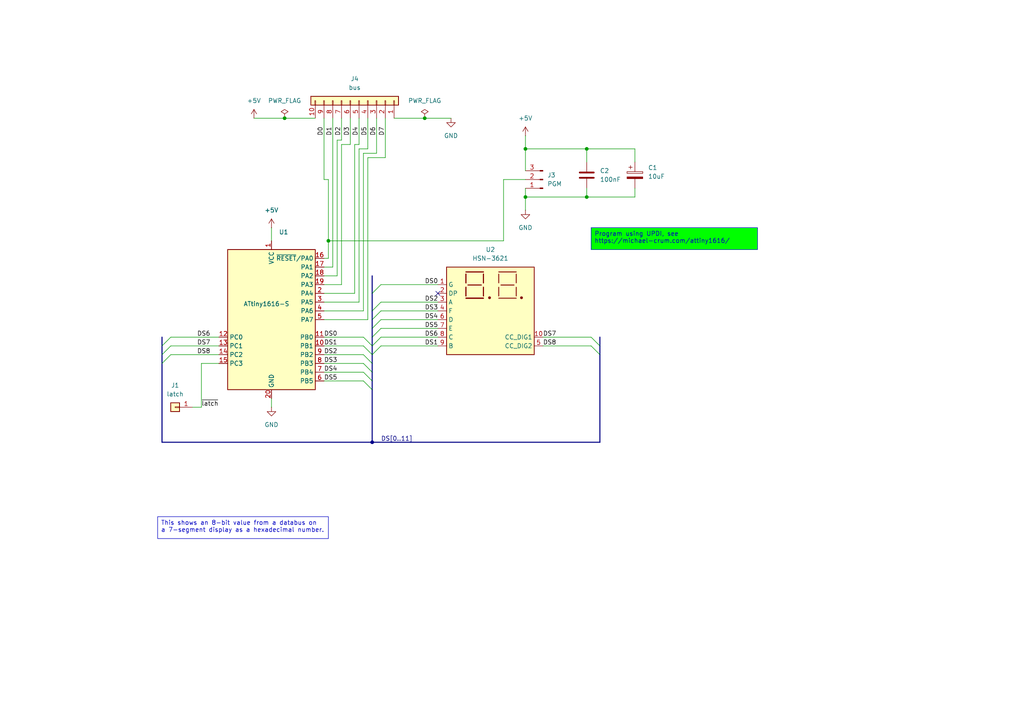
<source format=kicad_sch>
(kicad_sch (version 20250114) (generator "eeschema") (generator_version "9.0")
  (paper "A4")
  (title_block (title "8bit to 2digit hex board") (date "2025-10-12") (rev "1.0") (company "ErrorSoft"))
  (lib_symbols
    (symbol "Connector_Generic:Conn_01x01" (pin_names (offset 1.016) (hide yes))
      (property "Reference" "J" (at 0 2.54 0))
      (property "Value" "Conn_01x01" (at 0 -2.54 0))
      (symbol "Conn_01x01_1_1"
        (rectangle (start -1.27 1.27) (end 1.27 -1.27) (stroke (width 0.254)) (fill (type background)))
        (rectangle (start -1.27 0.127) (end 0 -0.127) (stroke (width 0.1524)))
        (pin passive line (at -5.08 0 0) (length 3.81) (name "Pin_1") (number "1"))
      )
    )
    (symbol "Connector_Generic:Conn_01x10" (pin_names (offset 1.016) (hide yes))
      (property "Reference" "J" (at 0 12.7 0))
      (property "Value" "Conn_01x10" (at 0 -15.24 0))
      (symbol "Conn_01x10_1_1"
        (rectangle (start -1.27 11.43) (end 1.27 -13.97) (stroke (width 0.254)) (fill (type background)))
        (rectangle (start -1.27 10.287) (end 0 10.033) (stroke (width 0.1524)))
        (rectangle (start -1.27 7.747) (end 0 7.493) (stroke (width 0.1524)))
        (rectangle (start -1.27 5.207) (end 0 4.953) (stroke (width 0.1524)))
        (rectangle (start -1.27 2.667) (end 0 2.413) (stroke (width 0.1524)))
        (rectangle (start -1.27 0.127) (end 0 -0.127) (stroke (width 0.1524)))
        (rectangle (start -1.27 -2.413) (end 0 -2.667) (stroke (width 0.1524)))
        (rectangle (start -1.27 -4.953) (end 0 -5.207) (stroke (width 0.1524)))
        (rectangle (start -1.27 -7.493) (end 0 -7.747) (stroke (width 0.1524)))
        (rectangle (start -1.27 -10.033) (end 0 -10.287) (stroke (width 0.1524)))
        (rectangle (start -1.27 -12.573) (end 0 -12.827) (stroke (width 0.1524)))
        (pin passive line (at -5.08 10.16 0) (length 3.81) (name "Pin_1") (number "1"))
        (pin passive line (at -5.08 7.62 0) (length 3.81) (name "Pin_2") (number "2"))
        (pin passive line (at -5.08 5.08 0) (length 3.81) (name "Pin_3") (number "3"))
        (pin passive line (at -5.08 2.54 0) (length 3.81) (name "Pin_4") (number "4"))
        (pin passive line (at -5.08 0 0) (length 3.81) (name "Pin_5") (number "5"))
        (pin passive line (at -5.08 -2.54 0) (length 3.81) (name "Pin_6") (number "6"))
        (pin passive line (at -5.08 -5.08 0) (length 3.81) (name "Pin_7") (number "7"))
        (pin passive line (at -5.08 -7.62 0) (length 3.81) (name "Pin_8") (number "8"))
        (pin passive line (at -5.08 -10.16 0) (length 3.81) (name "Pin_9") (number "9"))
        (pin passive line (at -5.08 -12.7 0) (length 3.81) (name "Pin_10") (number "10"))
      )
    )
    (symbol "Device:C" (pin_numbers (hide yes)) (pin_names (offset 0.254))
      (property "Reference" "C" (at 0.635 2.54 0))
      (property "Value" "C" (at 0.635 -2.54 0))
      (symbol "C_0_1"
        (polyline (pts (xy -2.032 0.762) (xy 2.032 0.762)) (stroke (width 0.508)))
        (polyline (pts (xy -2.032 -0.762) (xy 2.032 -0.762)) (stroke (width 0.508)))
      )
      (symbol "C_1_1"
        (pin passive line (at 0 3.81 270) (length 2.794) (name "~") (number "1"))
        (pin passive line (at 0 -3.81 90) (length 2.794) (name "~") (number "2"))
      )
    )
    (symbol "Library:ATtiny1616-S"
      (property "Reference" "U" (at -12.7 21.59 0))
      (property "Value" "ATtiny1616-S" (at 2.54 -21.59 0))
      (symbol "ATtiny1616-S_0_1"
        (rectangle (start -12.7 -20.32) (end 12.7 20.32) (stroke (width 0.254)) (fill (type background)))
      )
      (symbol "ATtiny1616-S_1_1"
        (pin bidirectional line (at -15.24 -5.08 0) (length 2.54) (name "PC0") (number "12"))
        (pin bidirectional line (at -15.24 -7.62 0) (length 2.54) (name "PC1") (number "13"))
        (pin bidirectional line (at -15.24 -10.16 0) (length 2.54) (name "PC2") (number "14"))
        (pin bidirectional line (at -15.24 -12.7 0) (length 2.54) (name "PC3") (number "15"))
        (pin power_in line (at 0 22.86 270) (length 2.54) (name "VCC") (number "1"))
        (pin power_in line (at 0 -22.86 90) (length 2.54) (name "GND") (number "20"))
        (pin bidirectional line (at 15.24 17.78 180) (length 2.54) (name "~{RESET}/PA0") (number "16"))
        (pin bidirectional line (at 15.24 15.24 180) (length 2.54) (name "PA1") (number "17"))
        (pin bidirectional line (at 15.24 12.7 180) (length 2.54) (name "PA2") (number "18"))
        (pin bidirectional line (at 15.24 10.16 180) (length 2.54) (name "PA3") (number "19"))
        (pin bidirectional line (at 15.24 7.62 180) (length 2.54) (name "PA4") (number "2"))
        (pin bidirectional line (at 15.24 5.08 180) (length 2.54) (name "PA5") (number "3"))
        (pin bidirectional line (at 15.24 2.54 180) (length 2.54) (name "PA6") (number "4"))
        (pin bidirectional line (at 15.24 0 180) (length 2.54) (name "PA7") (number "5"))
        (pin bidirectional line (at 15.24 -5.08 180) (length 2.54) (name "PB0") (number "11"))
        (pin bidirectional line (at 15.24 -7.62 180) (length 2.54) (name "PB1") (number "10"))
        (pin bidirectional line (at 15.24 -10.16 180) (length 2.54) (name "PB2") (number "9"))
        (pin bidirectional line (at 15.24 -12.7 180) (length 2.54) (name "PB3") (number "8"))
        (pin bidirectional line (at 15.24 -15.24 180) (length 2.54) (name "PB4") (number "7"))
        (pin bidirectional line (at 15.24 -17.78 180) (length 2.54) (name "PB5") (number "6"))
      )
    )
    (symbol "Library:C_Polarized" (pin_numbers (hide yes)) (pin_names (offset 0.254))
      (property "Reference" "C" (at 0.635 2.54 0))
      (property "Value" "C_Polarized" (at 0.635 -2.54 0))
      (symbol "C_Polarized_0_1"
        (rectangle (start -2.286 0.508) (end 2.286 1.016))
        (polyline (pts (xy -1.778 2.286) (xy -0.762 2.286)))
        (polyline (pts (xy -1.27 2.794) (xy -1.27 1.778)))
        (rectangle (start 2.286 -0.508) (end -2.286 -1.016) (fill (type outline)))
      )
      (symbol "C_Polarized_1_1"
        (pin passive line (at 0 3.81 270) (length 2.794) (name "~") (number "1"))
        (pin passive line (at 0 -3.81 90) (length 2.794) (name "~") (number "2"))
      )
    )
    (symbol "Library:Conn_01x03_Pin" (pin_names (offset 1.016) (hide yes))
      (property "Reference" "J" (at 0 5.08 0))
      (property "Value" "Conn_01x03_Pin" (at 0 -5.08 0))
      (symbol "Conn_01x03_Pin_1_1"
        (rectangle (start 0.8636 2.667) (end 0 2.413) (stroke (width 0.1524)) (fill (type outline)))
        (rectangle (start 0.8636 0.127) (end 0 -0.127) (stroke (width 0.1524)) (fill (type outline)))
        (rectangle (start 0.8636 -2.413) (end 0 -2.667) (stroke (width 0.1524)) (fill (type outline)))
        (polyline (pts (xy 1.27 2.54) (xy 0.8636 2.54)) (stroke (width 0.1524)))
        (polyline (pts (xy 1.27 0) (xy 0.8636 0)) (stroke (width 0.1524)))
        (polyline (pts (xy 1.27 -2.54) (xy 0.8636 -2.54)) (stroke (width 0.1524)))
        (pin passive line (at 5.08 2.54 180) (length 3.81) (name "Pin_1") (number "1"))
        (pin passive line (at 5.08 0 180) (length 3.81) (name "Pin_2") (number "2"))
        (pin passive line (at 5.08 -2.54 180) (length 3.81) (name "Pin_3") (number "3"))
      )
    )
    (symbol "Library:HDSM-443B"
      (property "Reference" "U" (at -11.43 13.97 0))
      (property "Value" "HDSM-443B" (at 6.35 13.97 0))
      (symbol "HDSM-443B_0_1"
        (rectangle (start -12.7 12.7) (end 12.7 -12.7) (stroke (width 0.254)) (fill (type background)))
        (polyline (pts (xy -7.112 11.303) (xy -2.032 11.303)) (stroke (width 0.254)))
        (polyline (pts (xy -7.112 11.303) (xy -2.032 11.303)) (stroke (width 0.254)))
        (polyline (pts (xy -7.112 11.303) (xy -2.032 11.303)) (stroke (width 0.254)))
        (polyline (pts (xy -7.112 11.303) (xy -2.032 11.303)) (stroke (width 0.254)))
        (polyline (pts (xy -7.112 8.128) (xy -7.112 10.668)) (stroke (width 0.254)))
        (polyline (pts (xy -7.112 8.128) (xy -7.112 10.668)) (stroke (width 0.254)))
        (polyline (pts (xy -7.112 8.128) (xy -7.112 10.668)) (stroke (width 0.254)))
        (polyline (pts (xy -7.112 8.128) (xy -7.112 10.668)) (stroke (width 0.254)))
        (polyline (pts (xy -7.112 4.318) (xy -7.112 6.858)) (stroke (width 0.254)))
        (polyline (pts (xy -7.112 4.318) (xy -7.112 6.858)) (stroke (width 0.254)))
        (polyline (pts (xy -7.112 4.318) (xy -7.112 6.858)) (stroke (width 0.254)))
        (polyline (pts (xy -7.112 4.318) (xy -7.112 6.858)) (stroke (width 0.254)))
        (polyline (pts (xy -7.112 3.683) (xy -2.032 3.683)) (stroke (width 0.254)))
        (polyline (pts (xy -7.112 3.683) (xy -2.032 3.683)) (stroke (width 0.254)))
        (polyline (pts (xy -7.112 3.683) (xy -2.032 3.683)) (stroke (width 0.254)))
        (polyline (pts (xy -7.112 3.683) (xy -2.032 3.683)) (stroke (width 0.254)))
        (polyline (pts (xy -6.477 7.493) (xy -2.667 7.493)) (stroke (width 0.254)))
        (polyline (pts (xy -6.477 7.493) (xy -2.667 7.493)) (stroke (width 0.254)))
        (polyline (pts (xy -6.477 7.493) (xy -2.667 7.493)) (stroke (width 0.254)))
        (polyline (pts (xy -6.477 7.493) (xy -2.667 7.493)) (stroke (width 0.254)))
        (polyline (pts (xy -2.032 10.668) (xy -2.032 8.128)) (stroke (width 0.254)))
        (polyline (pts (xy -2.032 10.668) (xy -2.032 8.128)) (stroke (width 0.254)))
        (polyline (pts (xy -2.032 10.668) (xy -2.032 8.128)) (stroke (width 0.254)))
        (polyline (pts (xy -2.032 10.668) (xy -2.032 8.128)) (stroke (width 0.254)))
        (polyline (pts (xy -2.032 4.318) (xy -2.032 6.858)) (stroke (width 0.254)))
        (polyline (pts (xy -2.032 4.318) (xy -2.032 6.858)) (stroke (width 0.254)))
        (polyline (pts (xy -2.032 4.318) (xy -2.032 6.858)) (stroke (width 0.254)))
        (polyline (pts (xy -2.032 4.318) (xy -2.032 6.858)) (stroke (width 0.254)))
        (circle (center -0.254 3.81) (radius 0.2794) (stroke (width 0.254)) (fill (type outline)))
        (polyline (pts (xy 2.413 11.303) (xy 7.493 11.303)) (stroke (width 0.254)))
        (polyline (pts (xy 2.413 8.128) (xy 2.413 10.668)) (stroke (width 0.254)))
        (polyline (pts (xy 2.413 4.318) (xy 2.413 6.858)) (stroke (width 0.254)))
        (polyline (pts (xy 2.413 3.683) (xy 7.493 3.683)) (stroke (width 0.254)))
        (polyline (pts (xy 3.048 7.493) (xy 6.858 7.493)) (stroke (width 0.254)))
        (polyline (pts (xy 7.493 8.128) (xy 7.493 10.668)) (stroke (width 0.254)))
        (polyline (pts (xy 7.493 4.318) (xy 7.493 6.858)) (stroke (width 0.254)))
        (circle (center 9.017 3.81) (radius 0.2794) (stroke (width 0.254)) (fill (type outline)))
      )
      (symbol "HDSM-443B_1_1"
        (pin input line (at -15.24 7.62 0) (length 2.54) (name "G") (number "1"))
        (pin input line (at -15.24 5.08 0) (length 2.54) (name "DP") (number "2"))
        (pin input line (at -15.24 2.54 0) (length 2.54) (name "A") (number "3"))
        (pin input line (at -15.24 0 0) (length 2.54) (name "F") (number "4"))
        (pin input line (at -15.24 -2.54 0) (length 2.54) (name "D") (number "6"))
        (pin input line (at -15.24 -5.08 0) (length 2.54) (name "E") (number "7"))
        (pin input line (at -15.24 -7.62 0) (length 2.54) (name "C") (number "8"))
        (pin input line (at -15.24 -10.16 0) (length 2.54) (name "B") (number "9"))
        (pin input line (at 15.24 -7.62 180) (length 2.54) (name "CC_DIG1") (number "10"))
        (pin input line (at 15.24 -10.16 180) (length 2.54) (name "CC_DIG2") (number "5"))
      )
    )
    (symbol "power:+5V" (power) (pin_numbers (hide yes)) (pin_names (offset 0) (hide yes))
      (property "Value" "+5V" (at 0 3.556 0))
      (symbol "+5V_0_1"
        (polyline (pts (xy -0.762 1.27) (xy 0 2.54)))
        (polyline (pts (xy 0 2.54) (xy 0.762 1.27)))
        (polyline (pts (xy 0 0) (xy 0 2.54)))
      )
      (symbol "+5V_1_1"
        (pin power_in line (at 0 0 90) (length 0) (name "~") (number "1"))
      )
    )
    (symbol "power:GND" (power) (pin_numbers (hide yes)) (pin_names (offset 0) (hide yes))
      (property "Value" "GND" (at 0 -3.81 0))
      (symbol "GND_0_1"
        (polyline (pts (xy 0 0) (xy 0 -1.27) (xy 1.27 -1.27) (xy 0 -2.54) (xy -1.27 -1.27) (xy 0 -1.27)))
      )
      (symbol "GND_1_1"
        (pin power_in line (at 0 0 270) (length 0) (name "~") (number "1"))
      )
    )
    (symbol "power:PWR_FLAG" (power) (pin_numbers (hide yes)) (pin_names (offset 0) (hide yes))
      (property "Value" "PWR_FLAG" (at 0 3.81 0))
      (symbol "PWR_FLAG_0_0"
        (pin power_out line (at 0 0 90) (length 0) (name "~") (number "1"))
      )
      (symbol "PWR_FLAG_0_1"
        (polyline (pts (xy 0 0) (xy 0 1.27) (xy -1.016 1.905) (xy 0 2.54) (xy 1.016 1.905) (xy 0 1.27)))
      )
    )
  )
  (text_box "This shows an 8-bit value from a databus on\na 7-segment display as a hexadecimal number." (at 45.72 149.86 0) (size 49.53 6.35) (margins 0.9525 0.9525 0.9525 0.9525) (effects (font (size 1.27 1.27)) (justify left top)))
  (text_box "Program using UPDI, see\nhttps://michael-crum.com/attiny1616/" (at 171.45 66.04 0) (size 48.26 6.35) (margins 0.9525 0.9525 0.9525 0.9525) (fill (type color) (color 0 255 0 1)) (effects (font (size 1.27 1.27)) (justify left top)))
  (junction (at 95.25 69.85))
  (junction (at 107.95 128.27))
  (junction (at 123.19 34.29))
  (junction (at 170.18 57.15))
  (junction (at 152.4 57.15))
  (junction (at 170.18 43.18))
  (junction (at 152.4 43.18))
  (junction (at 82.55 34.29))
  (no_connect (at 127 85.09))
  (bus_entry (at 173.99 102.87) (size -2.54 -2.54))
  (bus_entry (at 107.95 102.87) (size -2.54 -2.54))
  (bus_entry (at 107.95 90.17) (size 2.54 -2.54))
  (bus_entry (at 107.95 105.41) (size -2.54 -2.54))
  (bus_entry (at 107.95 85.09) (size 2.54 -2.54))
  (bus_entry (at 107.95 100.33) (size 2.54 -2.54))
  (bus_entry (at 107.95 97.79) (size 2.54 -2.54))
  (bus_entry (at 107.95 95.25) (size 2.54 -2.54))
  (bus_entry (at 107.95 113.03) (size -2.54 -2.54))
  (bus_entry (at 107.95 102.87) (size 2.54 -2.54))
  (bus_entry (at 46.99 105.41) (size 2.54 -2.54))
  (bus_entry (at 46.99 100.33) (size 2.54 -2.54))
  (bus_entry (at 107.95 100.33) (size -2.54 -2.54))
  (bus_entry (at 107.95 107.95) (size -2.54 -2.54))
  (bus_entry (at 173.99 100.33) (size -2.54 -2.54))
  (bus_entry (at 107.95 92.71) (size 2.54 -2.54))
  (bus_entry (at 46.99 102.87) (size 2.54 -2.54))
  (bus_entry (at 107.95 110.49) (size -2.54 -2.54))
  (wire (pts (xy 58.42 118.11) (xy 55.88 118.11)))
  (wire (pts (xy 95.25 52.07) (xy 93.98 52.07)))
  (wire (pts (xy 146.05 52.07) (xy 146.05 69.85)))
  (wire (pts (xy 104.14 41.91) (xy 104.14 34.29)))
  (wire (pts (xy 93.98 107.95) (xy 105.41 107.95)))
  (wire (pts (xy 152.4 57.15) (xy 170.18 57.15)))
  (bus (pts (xy 107.95 110.49) (xy 107.95 113.03)))
  (wire (pts (xy 93.98 105.41) (xy 105.41 105.41)))
  (wire (pts (xy 157.48 100.33) (xy 171.45 100.33)))
  (wire (pts (xy 184.15 46.99) (xy 184.15 43.18)))
  (wire (pts (xy 110.49 92.71) (xy 127 92.71)))
  (wire (pts (xy 102.87 41.91) (xy 102.87 85.09)))
  (bus (pts (xy 46.99 97.79) (xy 46.99 100.33)))
  (wire (pts (xy 152.4 39.37) (xy 152.4 43.18)))
  (wire (pts (xy 152.4 57.15) (xy 152.4 60.96)))
  (wire (pts (xy 95.25 74.93) (xy 93.98 74.93)))
  (wire (pts (xy 110.49 90.17) (xy 127 90.17)))
  (wire (pts (xy 105.41 90.17) (xy 93.98 90.17)))
  (wire (pts (xy 111.76 34.29) (xy 111.76 45.72)))
  (wire (pts (xy 146.05 69.85) (xy 95.25 69.85)))
  (bus (pts (xy 107.95 97.79) (xy 107.95 100.33)))
  (wire (pts (xy 99.06 40.64) (xy 97.79 40.64)))
  (bus (pts (xy 46.99 100.33) (xy 46.99 102.87)))
  (wire (pts (xy 49.53 102.87) (xy 63.5 102.87)))
  (wire (pts (xy 105.41 44.45) (xy 105.41 90.17)))
  (wire (pts (xy 170.18 43.18) (xy 170.18 46.99)))
  (wire (pts (xy 184.15 57.15) (xy 184.15 54.61)))
  (bus (pts (xy 107.95 90.17) (xy 107.95 92.71)))
  (bus (pts (xy 173.99 97.79) (xy 173.99 100.33)))
  (wire (pts (xy 109.22 44.45) (xy 105.41 44.45)))
  (wire (pts (xy 97.79 80.01) (xy 93.98 80.01)))
  (wire (pts (xy 58.42 105.41) (xy 58.42 118.11)))
  (bus (pts (xy 107.95 107.95) (xy 107.95 110.49)))
  (bus (pts (xy 107.95 80.01) (xy 107.95 85.09)))
  (wire (pts (xy 101.6 34.29) (xy 101.6 41.91)))
  (wire (pts (xy 170.18 43.18) (xy 152.4 43.18)))
  (wire (pts (xy 93.98 102.87) (xy 105.41 102.87)))
  (wire (pts (xy 49.53 100.33) (xy 63.5 100.33)))
  (bus (pts (xy 107.95 113.03) (xy 107.95 128.27)))
  (wire (pts (xy 104.14 43.18) (xy 104.14 87.63)))
  (wire (pts (xy 73.66 34.29) (xy 82.55 34.29)))
  (wire (pts (xy 110.49 97.79) (xy 127 97.79)))
  (wire (pts (xy 78.74 66.04) (xy 78.74 69.85)))
  (wire (pts (xy 93.98 110.49) (xy 105.41 110.49)))
  (bus (pts (xy 107.95 100.33) (xy 107.95 102.87)))
  (bus (pts (xy 173.99 100.33) (xy 173.99 102.87)))
  (wire (pts (xy 95.25 69.85) (xy 95.25 74.93)))
  (wire (pts (xy 110.49 100.33) (xy 127 100.33)))
  (wire (pts (xy 101.6 41.91) (xy 99.06 41.91)))
  (wire (pts (xy 93.98 97.79) (xy 105.41 97.79)))
  (bus (pts (xy 46.99 102.87) (xy 46.99 105.41)))
  (bus (pts (xy 107.95 92.71) (xy 107.95 95.25)))
  (bus (pts (xy 173.99 102.87) (xy 173.99 128.27)))
  (wire (pts (xy 109.22 34.29) (xy 109.22 44.45)))
  (wire (pts (xy 106.68 45.72) (xy 106.68 92.71)))
  (wire (pts (xy 63.5 105.41) (xy 58.42 105.41)))
  (wire (pts (xy 106.68 43.18) (xy 104.14 43.18)))
  (wire (pts (xy 99.06 41.91) (xy 99.06 82.55)))
  (wire (pts (xy 111.76 45.72) (xy 106.68 45.72)))
  (wire (pts (xy 93.98 100.33) (xy 105.41 100.33)))
  (wire (pts (xy 96.52 34.29) (xy 96.52 77.47)))
  (wire (pts (xy 78.74 115.57) (xy 78.74 118.11)))
  (bus (pts (xy 107.95 102.87) (xy 107.95 105.41)))
  (wire (pts (xy 97.79 40.64) (xy 97.79 80.01)))
  (wire (pts (xy 114.3 34.29) (xy 123.19 34.29)))
  (wire (pts (xy 93.98 34.29) (xy 93.98 52.07)))
  (wire (pts (xy 49.53 97.79) (xy 63.5 97.79)))
  (wire (pts (xy 104.14 87.63) (xy 93.98 87.63)))
  (wire (pts (xy 184.15 43.18) (xy 170.18 43.18)))
  (wire (pts (xy 99.06 82.55) (xy 93.98 82.55)))
  (wire (pts (xy 152.4 52.07) (xy 146.05 52.07)))
  (wire (pts (xy 99.06 34.29) (xy 99.06 40.64)))
  (wire (pts (xy 152.4 43.18) (xy 152.4 49.53)))
  (wire (pts (xy 95.25 52.07) (xy 95.25 69.85)))
  (wire (pts (xy 110.49 95.25) (xy 127 95.25)))
  (wire (pts (xy 152.4 54.61) (xy 152.4 57.15)))
  (wire (pts (xy 170.18 57.15) (xy 184.15 57.15)))
  (bus (pts (xy 46.99 128.27) (xy 107.95 128.27)))
  (wire (pts (xy 102.87 41.91) (xy 104.14 41.91)))
  (bus (pts (xy 107.95 95.25) (xy 107.95 97.79)))
  (wire (pts (xy 123.19 34.29) (xy 130.81 34.29)))
  (wire (pts (xy 102.87 85.09) (xy 93.98 85.09)))
  (wire (pts (xy 82.55 34.29) (xy 91.44 34.29)))
  (wire (pts (xy 110.49 82.55) (xy 127 82.55)))
  (wire (pts (xy 157.48 97.79) (xy 171.45 97.79)))
  (bus (pts (xy 46.99 105.41) (xy 46.99 128.27)))
  (wire (pts (xy 106.68 92.71) (xy 93.98 92.71)))
  (bus (pts (xy 107.95 105.41) (xy 107.95 107.95)))
  (wire (pts (xy 110.49 87.63) (xy 127 87.63)))
  (bus (pts (xy 107.95 85.09) (xy 107.95 90.17)))
  (bus (pts (xy 107.95 128.27) (xy 173.99 128.27)))
  (wire (pts (xy 106.68 34.29) (xy 106.68 43.18)))
  (wire (pts (xy 170.18 54.61) (xy 170.18 57.15)))
  (wire (pts (xy 96.52 77.47) (xy 93.98 77.47)))
  (label "D6" (at 109.22 39.37 90))
  (label "D3" (at 101.6 39.37 90))
  (label "D1" (at 96.52 39.37 90))
  (label "DS1" (at 93.98 100.33 0))
  (label "DS[0..11]" (at 110.49 128.27 0))
  (label "DS3" (at 93.98 105.41 0))
  (label "DS1" (at 123.19 100.33 0))
  (label "DS3" (at 123.19 90.17 0))
  (label "DS7" (at 57.15 100.33 0))
  (label "DS6" (at 57.15 97.79 0))
  (label "DS8" (at 157.48 100.33 0))
  (label "DS0" (at 123.19 82.55 0))
  (label "DS2" (at 123.19 87.63 0))
  (label "D5" (at 106.68 39.37 90))
  (label "DS5" (at 93.98 110.49 0))
  (label "DS4" (at 123.19 92.71 0))
  (label "DS4" (at 93.98 107.95 0))
  (label "DS0" (at 93.98 97.79 0))
  (label "DS2" (at 93.98 102.87 0))
  (label "D4" (at 104.14 39.37 90))
  (label "D0" (at 93.98 39.37 90))
  (label "DS8" (at 57.15 102.87 0))
  (label "D7" (at 111.76 39.37 90))
  (label "~{latch}" (at 58.42 118.11 0))
  (label "D2" (at 99.06 39.37 90))
  (label "DS5" (at 123.19 95.25 0))
  (label "DS6" (at 123.19 97.79 0))
  (label "DS7" (at 157.48 97.79 0))
  (symbol (lib_id "power:GND") (at 130.81 34.29 0) (unit 1)
    (property "Reference" "#PWR02" (effects (hide yes)))
    (property "Value" "GND" (at 130.81 39.37 0))
    (property "Description" "Power symbol creates a global label with name \"GND\" , ground" (effects (hide yes)))
  )
  (symbol (lib_id "Connector_Generic:Conn_01x10") (at 104.14 29.21 270) (mirror x) (unit 1)
    (property "Reference" "J4" (at 102.87 22.86 90))
    (property "Value" "bus" (at 102.87 25.4 90))
    (property "Footprint" "Connector_PinHeader_2.54mm:PinHeader_1x10_P2.54mm_Vertical" (effects (hide yes)))
    (property "Description" "Generic connector, single row, 01x10, script generated (kicad-library-utils/schlib/autogen/connector/)" (effects (hide yes)))
  )
  (symbol (lib_id "Library:C_Polarized") (at 184.15 50.8 0) (unit 1)
    (property "Reference" "C1" (at 187.96 48.6409 0) (effects (justify left)))
    (property "Value" "10uF" (at 187.96 51.1809 0) (effects (justify left)))
    (property "Footprint" "Capacitor_Tantalum_SMD:CP_EIA-3528-12_Kemet-T_HandSolder" (effects (hide yes)))
    (property "Description" "Polarized capacitor" (effects (hide yes)))
  )
  (symbol (lib_id "Connector_Generic:Conn_01x01") (at 50.8 118.11 180) (unit 1)
    (property "Reference" "J1" (at 50.8 111.76 0))
    (property "Value" "latch" (at 50.8 114.3 0))
    (property "Footprint" "Connector_PinHeader_2.54mm:PinHeader_1x01_P2.54mm_Vertical" (effects (hide yes)))
    (property "Description" "Generic connector, single row, 01x01, script generated (kicad-library-utils/schlib/autogen/connector/)" (effects (hide yes)))
  )
  (symbol (lib_id "Library:HDSM-443B") (at 142.24 90.17 0) (unit 1)
    (property "Reference" "U2" (at 142.24 72.39 0))
    (property "Value" "HSN-3621" (at 142.24 74.93 0))
    (property "Footprint" "frits:HSN-3621" (effects (hide yes)))
    (property "Datasheet" "https://docs.broadcom.com/docs/AV02-1589EN" (effects (hide yes)))
    (property "Description" "Double 7 segment Blue LED common cathode SMD mount" (effects (hide yes)))
  )
  (symbol (lib_id "power:GND") (at 78.74 118.11 0) (unit 1)
    (property "Reference" "#PWR01" (effects (hide yes)))
    (property "Value" "GND" (at 78.74 123.19 0))
    (property "Description" "Power symbol creates a global label with name \"GND\" , ground" (effects (hide yes)))
  )
  (symbol (lib_id "power:+5V") (at 78.74 66.04 0) (unit 1)
    (property "Reference" "#PWR04" (effects (hide yes)))
    (property "Value" "+5V" (at 78.74 60.96 0))
    (property "Description" "Power symbol creates a global label with name \"+5V\"" (effects (hide yes)))
  )
  (symbol (lib_id "power:PWR_FLAG") (at 82.55 34.29 0) (unit 1)
    (property "Reference" "#FLG04" (effects (hide yes)))
    (property "Value" "PWR_FLAG" (at 82.55 29.21 0))
    (property "Description" "Special symbol for telling ERC where power comes from" (effects (hide yes)))
  )
  (symbol (lib_id "Library:ATtiny1616-S") (at 78.74 92.71 0) (unit 1)
    (property "Reference" "U1" (at 80.8833 67.31 0) (effects (justify left)))
    (property "Value" "ATtiny1616-S" (at 70.612 88.138 0) (effects (justify left)))
    (property "Footprint" "Package_SO:SOIC-20W_7.5x12.8mm_P1.27mm" (effects (hide yes)))
    (property "Datasheet" "http://ww1.microchip.com/downloads/en/DeviceDoc/ATtiny3216_ATtiny1616-data-sheet-40001997B.pdf" (effects (hide yes)))
    (property "Description" "20MHz, 16kB Flash, 2kB SRAM, 256B EEPROM, SOIC-20" (effects (hide yes)))
  )
  (symbol (lib_id "Library:Conn_01x03_Pin") (at 157.48 52.07 180) (unit 1)
    (property "Reference" "J3" (at 158.75 50.7999 0) (effects (justify right)))
    (property "Value" "PGM" (at 158.75 53.3399 0) (effects (justify right)))
    (property "Footprint" "Connector_PinHeader_2.54mm:PinHeader_1x03_P2.54mm_Vertical" (effects (hide yes)))
    (property "Description" "Generic connector, single row, 01x03, script generated" (effects (hide yes)))
  )
  (symbol (lib_id "power:PWR_FLAG") (at 123.19 34.29 0) (unit 1)
    (property "Reference" "#FLG03" (effects (hide yes)))
    (property "Value" "PWR_FLAG" (at 123.19 29.21 0))
    (property "Description" "Special symbol for telling ERC where power comes from" (effects (hide yes)))
  )
  (symbol (lib_id "Device:C") (at 170.18 50.8 0) (unit 1)
    (property "Reference" "C2" (at 173.99 49.5299 0) (effects (justify left)))
    (property "Value" "100nF" (at 173.99 52.0699 0) (effects (justify left)))
    (property "Footprint" "Capacitor_SMD:C_0805_2012Metric_Pad1.18x1.45mm_HandSolder" (effects (hide yes)))
    (property "Description" "Unpolarized capacitor" (effects (hide yes)))
  )
  (symbol (lib_id "power:+5V") (at 152.4 39.37 0) (unit 1)
    (property "Reference" "#PWR06" (effects (hide yes)))
    (property "Value" "+5V" (at 152.4 34.29 0))
    (property "Description" "Power symbol creates a global label with name \"+5V\"" (effects (hide yes)))
  )
  (symbol (lib_id "power:GND") (at 152.4 60.96 0) (unit 1)
    (property "Reference" "#PWR05" (effects (hide yes)))
    (property "Value" "GND" (at 152.4 66.04 0))
    (property "Description" "Power symbol creates a global label with name \"GND\" , ground" (effects (hide yes)))
  )
  (symbol (lib_id "power:+5V") (at 73.66 34.29 0) (unit 1)
    (property "Reference" "#PWR08" (effects (hide yes)))
    (property "Value" "+5V" (at 73.66 29.21 0))
    (property "Description" "Power symbol creates a global label with name \"+5V\"" (effects (hide yes)))
  )
)
</source>
